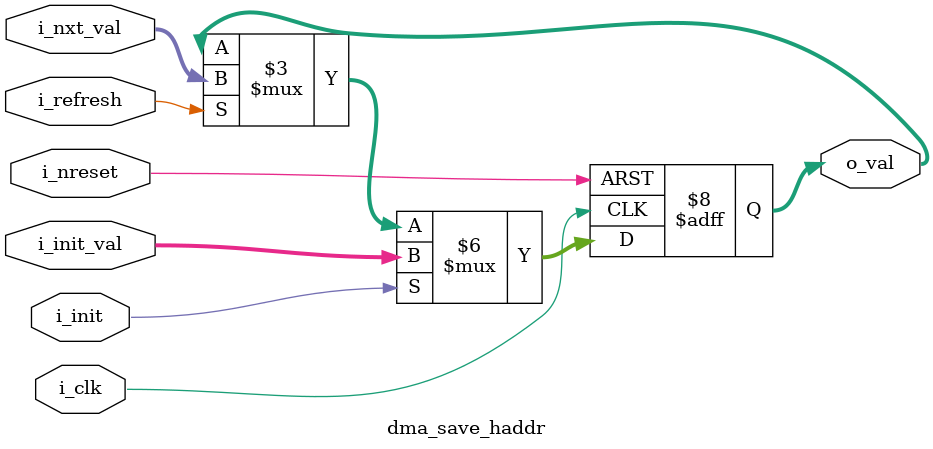
<source format=sv>
module dma_save_haddr #(parameter wbus = 32) (
    input  logic                i_clk,
    input  logic                i_nreset,

    input  logic                i_init,
    input  logic [wbus-1:0]     i_init_val,
    input  logic                i_refresh,
    input  logic [wbus-1:0]     i_nxt_val,
    output logic [wbus-1:0]     o_val
);

always_ff @(posedge i_clk, negedge i_nreset)
    if (!i_nreset) o_val <= {wbus{1'b0}};
    else if (i_init) o_val <= i_init_val;
    else if (i_refresh) o_val <= i_nxt_val;

endmodule

</source>
